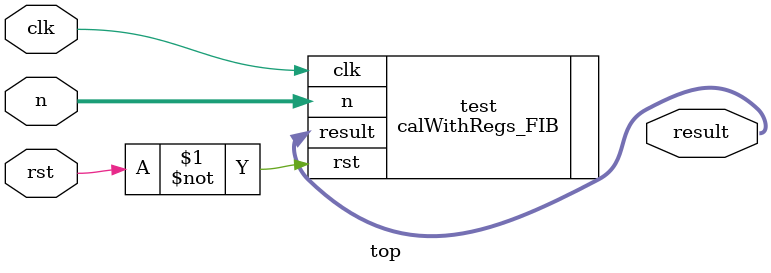
<source format=v>
`timescale 1ns / 1ps


module top(
    input clk,
    input rst,
    input [3:0] n,
    output [11:0] result
    );
    calWithRegs_FIB test(.clk(clk),.rst(~rst),.n(n),.result(result));
endmodule

</source>
